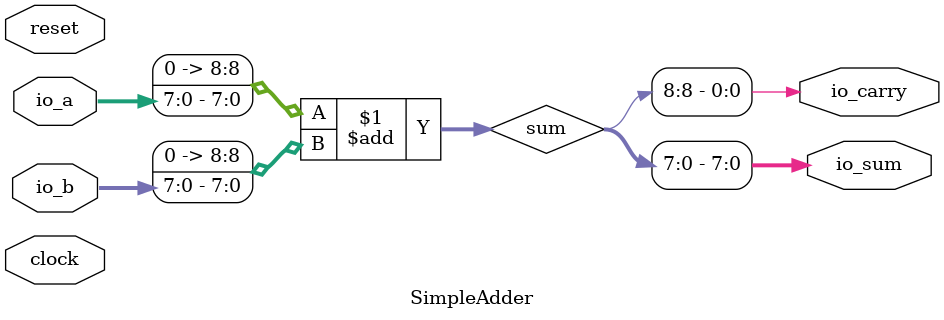
<source format=sv>
module SimpleAdder(
  input        clock,
               reset,
  input  [7:0] io_a,
               io_b,
  output [7:0] io_sum,
  output       io_carry
);

  wire [8:0] sum = {1'h0, io_a} + {1'h0, io_b};
  assign io_sum = sum[7:0];
  assign io_carry = sum[8];
endmodule


</source>
